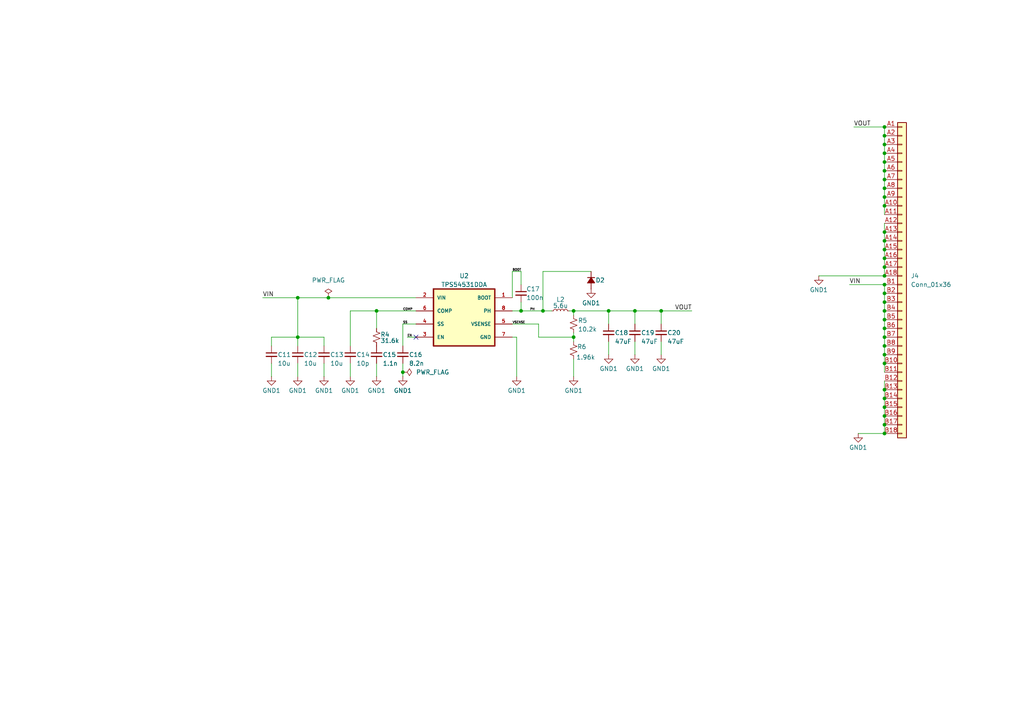
<source format=kicad_sch>
(kicad_sch (version 20250114) (generator "eeschema") (generator_version "9.0")
  (paper "A4")
  (lib_symbols
    (symbol "Conn_01x36_1" (pin_names (offset 1.016) (hide yes))
      (property "Reference" "J4" (at 2.54 0.0001 0))
      (property "Value" "Conn_01x36" (at 2.54 -2.5399 0))
      (symbol "Conn_01x36_1_1_1"
        (rectangle (start -1.27 44.45) (end 1.27 -46.99) (stroke (width 0.254)) (fill (type background)))
        (rectangle (start -1.27 43.307) (end 0 43.053) (stroke (width 0.1524)))
        (rectangle (start -1.27 40.767) (end 0 40.513) (stroke (width 0.1524)))
        (rectangle (start -1.27 38.227) (end 0 37.973) (stroke (width 0.1524)))
        (rectangle (start -1.27 35.687) (end 0 35.433) (stroke (width 0.1524)))
        (rectangle (start -1.27 33.147) (end 0 32.893) (stroke (width 0.1524)))
        (rectangle (start -1.27 30.607) (end 0 30.353) (stroke (width 0.1524)))
        (rectangle (start -1.27 28.067) (end 0 27.813) (stroke (width 0.1524)))
        (rectangle (start -1.27 25.527) (end 0 25.273) (stroke (width 0.1524)))
        (rectangle (start -1.27 22.987) (end 0 22.733) (stroke (width 0.1524)))
        (rectangle (start -1.27 20.447) (end 0 20.193) (stroke (width 0.1524)))
        (rectangle (start -1.27 17.907) (end 0 17.653) (stroke (width 0.1524)))
        (rectangle (start -1.27 15.367) (end 0 15.113) (stroke (width 0.1524)))
        (rectangle (start -1.27 12.827) (end 0 12.573) (stroke (width 0.1524)))
        (rectangle (start -1.27 10.287) (end 0 10.033) (stroke (width 0.1524)))
        (rectangle (start -1.27 7.747) (end 0 7.493) (stroke (width 0.1524)))
        (rectangle (start -1.27 5.207) (end 0 4.953) (stroke (width 0.1524)))
        (rectangle (start -1.27 2.667) (end 0 2.413) (stroke (width 0.1524)))
        (rectangle (start -1.27 0.127) (end 0 -0.127) (stroke (width 0.1524)))
        (rectangle (start -1.27 -2.413) (end 0 -2.667) (stroke (width 0.1524)))
        (rectangle (start -1.27 -4.953) (end 0 -5.207) (stroke (width 0.1524)))
        (rectangle (start -1.27 -7.493) (end 0 -7.747) (stroke (width 0.1524)))
        (rectangle (start -1.27 -10.033) (end 0 -10.287) (stroke (width 0.1524)))
        (rectangle (start -1.27 -12.573) (end 0 -12.827) (stroke (width 0.1524)))
        (rectangle (start -1.27 -15.113) (end 0 -15.367) (stroke (width 0.1524)))
        (rectangle (start -1.27 -17.653) (end 0 -17.907) (stroke (width 0.1524)))
        (rectangle (start -1.27 -20.193) (end 0 -20.447) (stroke (width 0.1524)))
        (rectangle (start -1.27 -22.733) (end 0 -22.987) (stroke (width 0.1524)))
        (rectangle (start -1.27 -25.273) (end 0 -25.527) (stroke (width 0.1524)))
        (rectangle (start -1.27 -27.813) (end 0 -28.067) (stroke (width 0.1524)))
        (rectangle (start -1.27 -30.353) (end 0 -30.607) (stroke (width 0.1524)))
        (rectangle (start -1.27 -32.893) (end 0 -33.147) (stroke (width 0.1524)))
        (rectangle (start -1.27 -35.433) (end 0 -35.687) (stroke (width 0.1524)))
        (rectangle (start -1.27 -37.973) (end 0 -38.227) (stroke (width 0.1524)))
        (rectangle (start -1.27 -40.513) (end 0 -40.767) (stroke (width 0.1524)))
        (rectangle (start -1.27 -43.053) (end 0 -43.307) (stroke (width 0.1524)))
        (rectangle (start -1.27 -45.593) (end 0 -45.847) (stroke (width 0.1524)))
        (pin passive line (at -5.08 43.18 0) (length 3.81) (name "Pin_1") (number "A1"))
        (pin passive line (at -5.08 40.64 0) (length 3.81) (name "Pin_2") (number "A2"))
        (pin passive line (at -5.08 38.1 0) (length 3.81) (name "Pin_3") (number "A3"))
        (pin passive line (at -5.08 35.56 0) (length 3.81) (name "Pin_4") (number "A4"))
        (pin passive line (at -5.08 33.02 0) (length 3.81) (name "Pin_5") (number "A5"))
        (pin passive line (at -5.08 30.48 0) (length 3.81) (name "Pin_6") (number "A6"))
        (pin passive line (at -5.08 27.94 0) (length 3.81) (name "Pin_7") (number "A7"))
        (pin passive line (at -5.08 25.4 0) (length 3.81) (name "Pin_8") (number "A8"))
        (pin passive line (at -5.08 22.86 0) (length 3.81) (name "Pin_9") (number "A9"))
        (pin passive line (at -5.08 20.32 0) (length 3.81) (name "Pin_10") (number "A10"))
        (pin passive line (at -5.08 17.78 0) (length 3.81) (name "Pin_11") (number "A11"))
        (pin passive line (at -5.08 15.24 0) (length 3.81) (name "Pin_12") (number "A12"))
        (pin passive line (at -5.08 12.7 0) (length 3.81) (name "Pin_13") (number "A13"))
        (pin passive line (at -5.08 10.16 0) (length 3.81) (name "Pin_14") (number "A14"))
        (pin passive line (at -5.08 7.62 0) (length 3.81) (name "A15") (number "A15"))
        (pin passive line (at -5.08 5.08 0) (length 3.81) (name "Pin_16") (number "A16"))
        (pin passive line (at -5.08 2.54 0) (length 3.81) (name "Pin_17") (number "A17"))
        (pin passive line (at -5.08 0 0) (length 3.81) (name "Pin_18") (number "A18"))
        (pin passive line (at -5.08 -2.54 0) (length 3.81) (name "Pin_19") (number "B1"))
        (pin passive line (at -5.08 -5.08 0) (length 3.81) (name "Pin_20") (number "B2"))
        (pin passive line (at -5.08 -7.62 0) (length 3.81) (name "Pin_21") (number "B3"))
        (pin passive line (at -5.08 -10.16 0) (length 3.81) (name "Pin_22") (number "B4"))
        (pin passive line (at -5.08 -12.7 0) (length 3.81) (name "Pin_23") (number "B5"))
        (pin passive line (at -5.08 -15.24 0) (length 3.81) (name "Pin_24") (number "B6"))
        (pin passive line (at -5.08 -17.78 0) (length 3.81) (name "Pin_25") (number "B7"))
        (pin passive line (at -5.08 -20.32 0) (length 3.81) (name "Pin_26") (number "B8"))
        (pin passive line (at -5.08 -22.86 0) (length 3.81) (name "Pin_27") (number "B9"))
        (pin passive line (at -5.08 -25.4 0) (length 3.81) (name "Pin_28") (number "B10"))
        (pin passive line (at -5.08 -27.94 0) (length 3.81) (name "Pin_29") (number "B11"))
        (pin passive line (at -5.08 -30.48 0) (length 3.81) (name "Pin_30") (number "B12"))
        (pin passive line (at -5.08 -33.02 0) (length 3.81) (name "Pin_31") (number "B13"))
        (pin passive line (at -5.08 -35.56 0) (length 3.81) (name "Pin_32") (number "B14"))
        (pin passive line (at -5.08 -38.1 0) (length 3.81) (name "Pin_33") (number "B15"))
        (pin passive line (at -5.08 -40.64 0) (length 3.81) (name "Pin_34") (number "B16"))
        (pin passive line (at -5.08 -43.18 0) (length 3.81) (name "Pin_35") (number "B17"))
        (pin passive line (at -5.08 -45.72 0) (length 3.81) (name "Pin_36") (number "B18"))
      )
    )
    (symbol "Device:C_Small" (pin_numbers (hide yes)) (pin_names (offset 0.254) (hide yes))
      (property "Reference" "C" (at 0.254 1.778 0))
      (property "Value" "C_Small" (at 0.254 -2.032 0))
      (symbol "C_Small_0_1"
        (polyline (pts (xy -1.524 0.508) (xy 1.524 0.508)) (stroke (width 0.3048)))
        (polyline (pts (xy -1.524 -0.508) (xy 1.524 -0.508)) (stroke (width 0.3302)))
      )
      (symbol "C_Small_1_1"
        (pin passive line (at 0 2.54 270) (length 2.032) (name "~") (number "1"))
        (pin passive line (at 0 -2.54 90) (length 2.032) (name "~") (number "2"))
      )
    )
    (symbol "Device:D_Small_Filled" (pin_numbers (hide yes)) (pin_names (offset 0.254) (hide yes))
      (property "Reference" "D" (at -1.27 2.032 0))
      (property "Value" "D_Small_Filled" (at -3.81 -2.032 0))
      (symbol "D_Small_Filled_0_1"
        (polyline (pts (xy -0.762 0) (xy 0.762 0)))
        (polyline (pts (xy -0.762 -1.016) (xy -0.762 1.016)) (stroke (width 0.254)))
        (polyline (pts (xy 0.762 -1.016) (xy -0.762 0) (xy 0.762 1.016) (xy 0.762 -1.016)) (stroke (width 0.254)) (fill (type outline)))
      )
      (symbol "D_Small_Filled_1_1"
        (pin passive line (at -2.54 0 0) (length 1.778) (name "K") (number "1"))
        (pin passive line (at 2.54 0 180) (length 1.778) (name "A") (number "2"))
      )
    )
    (symbol "Device:L_Small" (pin_numbers (hide yes)) (pin_names (offset 0.254) (hide yes))
      (property "Reference" "L" (at 0.762 1.016 0))
      (property "Value" "L_Small" (at 0.762 -1.016 0))
      (symbol "L_Small_0_1"
        (arc (start 0 2.032) (mid 0.5058 1.524) (end 0 1.016))
        (arc (start 0 1.016) (mid 0.5058 0.508) (end 0 0))
        (arc (start 0 0) (mid 0.5058 -0.508) (end 0 -1.016))
        (arc (start 0 -1.016) (mid 0.5058 -1.524) (end 0 -2.032))
      )
      (symbol "L_Small_1_1"
        (pin passive line (at 0 2.54 270) (length 0.508) (name "~") (number "1"))
        (pin passive line (at 0 -2.54 90) (length 0.508) (name "~") (number "2"))
      )
    )
    (symbol "Device:R_Small_US" (pin_numbers (hide yes)) (pin_names (offset 0.254) (hide yes))
      (property "Reference" "R" (at 0.762 0.508 0))
      (property "Value" "R_Small_US" (at 0.762 -1.016 0))
      (symbol "R_Small_US_1_1"
        (polyline (pts (xy 0 1.524) (xy 1.016 1.143) (xy 0 0.762) (xy -1.016 0.381) (xy 0 0)))
        (polyline (pts (xy 0 0) (xy 1.016 -0.381) (xy 0 -0.762) (xy -1.016 -1.143) (xy 0 -1.524)))
        (pin passive line (at 0 2.54 270) (length 1.016) (name "~") (number "1"))
        (pin passive line (at 0 -2.54 90) (length 1.016) (name "~") (number "2"))
      )
    )
    (symbol "TPS54531DDA:TPS54531DDA" (pin_names (offset 1.016))
      (property "Reference" "U" (at -0.762 9.652 0))
      (property "Value" "TPS54531DDA" (at -6.604 7.874 0))
      (symbol "TPS54531DDA_0_0"
        (rectangle (start -8.89 7.62) (end 8.89 -8.89) (stroke (width 0.41)) (fill (type background)))
        (pin input line (at -13.97 5.08 0) (length 5.08) (name "VIN") (number "2"))
        (pin output line (at -13.97 1.27 0) (length 5.08) (name "COMP") (number "6"))
        (pin input line (at -13.97 -2.54 0) (length 5.08) (name "SS") (number "4"))
        (pin input line (at -13.97 -6.35 0) (length 5.08) (name "EN") (number "3"))
        (pin output line (at 13.97 5.08 180) (length 5.08) (name "BOOT") (number "1"))
        (pin output line (at 13.97 1.27 180) (length 5.08) (name "PH") (number "8"))
        (pin input line (at 13.97 -2.54 180) (length 5.08) (name "VSENSE") (number "5"))
        (pin power_in line (at 13.97 -6.35 180) (length 5.08) (name "GND") (number "7"))
      )
    )
    (symbol "power:GND1" (power) (pin_numbers (hide yes)) (pin_names (offset 0) (hide yes))
      (property "Value" "GND1" (at 0 -3.81 0))
      (symbol "GND1_0_1"
        (polyline (pts (xy 0 0) (xy 0 -1.27) (xy 1.27 -1.27) (xy 0 -2.54) (xy -1.27 -1.27) (xy 0 -1.27)))
      )
      (symbol "GND1_1_1"
        (pin power_in line (at 0 0 270) (length 0) (name "~") (number "1"))
      )
    )
    (symbol "power:PWR_FLAG" (power) (pin_numbers (hide yes)) (pin_names (offset 0) (hide yes))
      (property "Value" "PWR_FLAG" (at 0 3.81 0))
      (symbol "PWR_FLAG_0_0"
        (pin power_out line (at 0 0 90) (length 0) (name "~") (number "1"))
      )
      (symbol "PWR_FLAG_0_1"
        (polyline (pts (xy 0 0) (xy 0 1.27) (xy -1.016 1.905) (xy 0 2.54) (xy 1.016 1.905) (xy 0 1.27)))
      )
    )
  )
  (junction (at 151.13 90.17))
  (junction (at 256.54 57.15))
  (junction (at 256.54 72.39))
  (junction (at 256.54 120.65))
  (junction (at 256.54 92.71))
  (junction (at 86.36 97.79))
  (junction (at 256.54 39.37))
  (junction (at 256.54 87.63))
  (junction (at 256.54 67.31))
  (junction (at 256.54 80.01))
  (junction (at 256.54 74.93))
  (junction (at 86.36 86.36))
  (junction (at 256.54 54.61))
  (junction (at 166.37 90.17))
  (junction (at 116.84 107.95))
  (junction (at 256.54 118.11))
  (junction (at 256.54 100.33))
  (junction (at 256.54 95.25))
  (junction (at 184.15 90.17))
  (junction (at 256.54 77.47))
  (junction (at 256.54 36.83))
  (junction (at 166.37 97.79))
  (junction (at 109.22 90.17))
  (junction (at 256.54 113.03))
  (junction (at 256.54 49.53))
  (junction (at 256.54 59.69))
  (junction (at 256.54 85.09))
  (junction (at 256.54 52.07))
  (junction (at 256.54 97.79))
  (junction (at 256.54 69.85))
  (junction (at 256.54 90.17))
  (junction (at 256.54 82.55))
  (junction (at 256.54 41.91))
  (junction (at 256.54 44.45))
  (junction (at 256.54 115.57))
  (junction (at 95.25 86.36))
  (junction (at 256.54 46.99))
  (junction (at 256.54 125.73))
  (junction (at 256.54 105.41))
  (junction (at 176.53 90.17))
  (junction (at 256.54 102.87))
  (junction (at 157.48 90.17))
  (junction (at 256.54 123.19))
  (junction (at 191.77 90.17))
  (no_connect (at 120.65 97.79))
  (wire (pts (xy 95.25 86.36) (xy 120.65 86.36)))
  (wire (pts (xy 86.36 105.41) (xy 86.36 109.22)))
  (wire (pts (xy 256.54 54.61) (xy 256.54 57.15)))
  (wire (pts (xy 256.54 57.15) (xy 256.54 59.69)))
  (wire (pts (xy 149.86 97.79) (xy 148.59 97.79)))
  (wire (pts (xy 191.77 93.98) (xy 191.77 90.17)))
  (wire (pts (xy 184.15 90.17) (xy 184.15 93.98)))
  (wire (pts (xy 184.15 99.06) (xy 184.15 102.87)))
  (wire (pts (xy 176.53 93.98) (xy 176.53 90.17)))
  (wire (pts (xy 109.22 90.17) (xy 120.65 90.17)))
  (wire (pts (xy 86.36 97.79) (xy 86.36 100.33)))
  (wire (pts (xy 256.54 90.17) (xy 256.54 92.71)))
  (wire (pts (xy 101.6 100.33) (xy 101.6 90.17)))
  (wire (pts (xy 256.54 77.47) (xy 256.54 80.01)))
  (wire (pts (xy 256.54 92.71) (xy 256.54 95.25)))
  (wire (pts (xy 151.13 90.17) (xy 151.13 87.63)))
  (wire (pts (xy 149.86 97.79) (xy 149.86 109.22)))
  (wire (pts (xy 86.36 86.36) (xy 95.25 86.36)))
  (wire (pts (xy 76.2 86.36) (xy 86.36 86.36)))
  (wire (pts (xy 86.36 86.36) (xy 86.36 97.79)))
  (wire (pts (xy 118.11 97.79) (xy 120.65 97.79)))
  (wire (pts (xy 256.54 44.45) (xy 256.54 46.99)))
  (wire (pts (xy 166.37 97.79) (xy 166.37 99.06)))
  (wire (pts (xy 156.21 93.98) (xy 156.21 97.79)))
  (wire (pts (xy 256.54 123.19) (xy 256.54 125.73)))
  (wire (pts (xy 109.22 90.17) (xy 109.22 95.25)))
  (wire (pts (xy 101.6 105.41) (xy 101.6 109.22)))
  (wire (pts (xy 256.54 46.99) (xy 256.54 49.53)))
  (wire (pts (xy 191.77 90.17) (xy 200.66 90.17)))
  (wire (pts (xy 256.54 120.65) (xy 256.54 123.19)))
  (wire (pts (xy 151.13 78.74) (xy 151.13 82.55)))
  (wire (pts (xy 256.54 105.41) (xy 256.54 107.95)))
  (wire (pts (xy 116.84 105.41) (xy 116.84 107.95)))
  (wire (pts (xy 256.54 115.57) (xy 256.54 118.11)))
  (wire (pts (xy 109.22 105.41) (xy 109.22 109.22)))
  (wire (pts (xy 256.54 49.53) (xy 256.54 52.07)))
  (wire (pts (xy 78.74 97.79) (xy 86.36 97.79)))
  (wire (pts (xy 151.13 90.17) (xy 148.59 90.17)))
  (wire (pts (xy 116.84 107.95) (xy 116.84 109.22)))
  (wire (pts (xy 256.54 74.93) (xy 256.54 77.47)))
  (wire (pts (xy 256.54 69.85) (xy 256.54 72.39)))
  (wire (pts (xy 78.74 105.41) (xy 78.74 109.22)))
  (wire (pts (xy 101.6 90.17) (xy 109.22 90.17)))
  (wire (pts (xy 151.13 90.17) (xy 157.48 90.17)))
  (wire (pts (xy 247.65 36.83) (xy 256.54 36.83)))
  (wire (pts (xy 156.21 97.79) (xy 166.37 97.79)))
  (wire (pts (xy 148.59 78.74) (xy 148.59 86.36)))
  (wire (pts (xy 116.84 100.33) (xy 116.84 93.98)))
  (wire (pts (xy 166.37 96.52) (xy 166.37 97.79)))
  (wire (pts (xy 176.53 99.06) (xy 176.53 102.87)))
  (wire (pts (xy 256.54 41.91) (xy 256.54 44.45)))
  (wire (pts (xy 256.54 64.77) (xy 256.54 67.31)))
  (wire (pts (xy 256.54 102.87) (xy 256.54 105.41)))
  (wire (pts (xy 157.48 78.74) (xy 157.48 90.17)))
  (wire (pts (xy 256.54 36.83) (xy 256.54 39.37)))
  (wire (pts (xy 256.54 85.09) (xy 256.54 87.63)))
  (wire (pts (xy 151.13 78.74) (xy 148.59 78.74)))
  (wire (pts (xy 256.54 82.55) (xy 256.54 85.09)))
  (wire (pts (xy 256.54 52.07) (xy 256.54 54.61)))
  (wire (pts (xy 184.15 90.17) (xy 176.53 90.17)))
  (wire (pts (xy 256.54 118.11) (xy 256.54 120.65)))
  (wire (pts (xy 256.54 59.69) (xy 256.54 62.23)))
  (wire (pts (xy 256.54 87.63) (xy 256.54 90.17)))
  (wire (pts (xy 256.54 100.33) (xy 256.54 102.87)))
  (wire (pts (xy 256.54 72.39) (xy 256.54 74.93)))
  (wire (pts (xy 191.77 99.06) (xy 191.77 102.87)))
  (wire (pts (xy 78.74 100.33) (xy 78.74 97.79)))
  (wire (pts (xy 86.36 97.79) (xy 93.98 97.79)))
  (wire (pts (xy 157.48 78.74) (xy 171.45 78.74)))
  (wire (pts (xy 184.15 90.17) (xy 191.77 90.17)))
  (wire (pts (xy 116.84 93.98) (xy 120.65 93.98)))
  (wire (pts (xy 256.54 97.79) (xy 256.54 100.33)))
  (wire (pts (xy 256.54 39.37) (xy 256.54 41.91)))
  (wire (pts (xy 237.49 80.01) (xy 256.54 80.01)))
  (wire (pts (xy 165.1 90.17) (xy 166.37 90.17)))
  (wire (pts (xy 246.38 82.55) (xy 256.54 82.55)))
  (wire (pts (xy 148.59 93.98) (xy 156.21 93.98)))
  (wire (pts (xy 256.54 110.49) (xy 256.54 113.03)))
  (wire (pts (xy 93.98 97.79) (xy 93.98 100.33)))
  (wire (pts (xy 256.54 113.03) (xy 256.54 115.57)))
  (wire (pts (xy 166.37 104.14) (xy 166.37 109.22)))
  (wire (pts (xy 248.92 125.73) (xy 256.54 125.73)))
  (wire (pts (xy 256.54 95.25) (xy 256.54 97.79)))
  (wire (pts (xy 93.98 105.41) (xy 93.98 109.22)))
  (wire (pts (xy 256.54 67.31) (xy 256.54 69.85)))
  (wire (pts (xy 157.48 90.17) (xy 160.02 90.17)))
  (wire (pts (xy 166.37 90.17) (xy 166.37 91.44)))
  (wire (pts (xy 176.53 90.17) (xy 166.37 90.17)))
  (label "PH" (at 153.67 90.17 0) (effects (font (size 0.635 0.635))))
  (label "EN" (at 118.11 97.79 0) (effects (font (size 0.635 0.635))))
  (label "COMP" (at 116.84 90.17 0) (effects (font (size 0.635 0.635))))
  (label "SS" (at 116.84 93.98 0) (effects (font (size 0.635 0.635))))
  (label "BOOT" (at 148.59 78.74 0) (effects (font (size 0.635 0.635))))
  (label "VOUT" (at 247.65 36.83 0))
  (label "VOUT" (at 200.66 90.17 180))
  (label "VIN" (at 76.2 86.36 0))
  (label "VIN" (at 246.38 82.55 0))
  (label "VSENSE" (at 148.59 93.98 0) (effects (font (size 0.635 0.635))))
  (symbol (lib_id "Device:R_Small_US") (at 166.37 93.98 0) (unit 1)
    (property "Reference" "R5" (at 167.64 92.964 0) (effects (justify left)))
    (property "Value" "10.2k" (at 167.64 95.504 0) (effects (justify left)))
    (property "Footprint" "Resistor_SMD:R_0805_2012Metric" (effects (hide yes)))
    (property "Description" "Resistor, small US symbol" (effects (hide yes)))
  )
  (symbol (lib_id "power:GND1") (at 166.37 109.22 0) (unit 1)
    (property "Reference" "#PWR023" (effects (hide yes)))
    (property "Value" "GND1" (at 166.37 113.284 0))
    (property "Description" "Power symbol creates a global label with name \"GND1\" , ground" (effects (hide yes)))
  )
  (symbol (lib_id "Device:C_Small") (at 78.74 102.87 0) (unit 1)
    (property "Reference" "C11" (at 80.518 102.87 0) (effects (justify left)))
    (property "Value" "10u" (at 80.518 105.41 0) (effects (justify left)))
    (property "Footprint" "Capacitor_SMD:C_0805_2012Metric" (effects (hide yes)))
    (property "Description" "Unpolarized capacitor, small symbol" (effects (hide yes)))
  )
  (symbol (lib_id "Device:C_Small") (at 86.36 102.87 0) (unit 1)
    (property "Reference" "C12" (at 88.138 102.87 0) (effects (justify left)))
    (property "Value" "10u" (at 88.138 105.41 0) (effects (justify left)))
    (property "Footprint" "Capacitor_SMD:C_0805_2012Metric" (effects (hide yes)))
    (property "Description" "Unpolarized capacitor, small symbol" (effects (hide yes)))
  )
  (symbol (lib_id "Device:C_Small") (at 93.98 102.87 0) (unit 1)
    (property "Reference" "C13" (at 95.758 102.87 0) (effects (justify left)))
    (property "Value" "10u" (at 95.758 105.41 0) (effects (justify left)))
    (property "Footprint" "Capacitor_SMD:C_0805_2012Metric" (effects (hide yes)))
    (property "Description" "Unpolarized capacitor, small symbol" (effects (hide yes)))
  )
  (symbol (lib_id "power:GND1") (at 176.53 102.87 0) (unit 1)
    (property "Reference" "#PWR025" (effects (hide yes)))
    (property "Value" "GND1" (at 176.53 106.934 0))
    (property "Description" "Power symbol creates a global label with name \"GND1\" , ground" (effects (hide yes)))
  )
  (symbol (lib_id "Device:C_Small") (at 151.13 85.09 0) (unit 1)
    (property "Reference" "C17" (at 152.654 83.82 0) (effects (justify left)))
    (property "Value" "100n" (at 152.654 86.36 0) (effects (justify left)))
    (property "Footprint" "Capacitor_SMD:C_0805_2012Metric" (effects (hide yes)))
    (property "Description" "Unpolarized capacitor, small symbol" (effects (hide yes)))
  )
  (symbol (lib_id "power:GND1") (at 191.77 102.87 0) (unit 1)
    (property "Reference" "#PWR027" (effects (hide yes)))
    (property "Value" "GND1" (at 191.77 106.934 0))
    (property "Description" "Power symbol creates a global label with name \"GND1\" , ground" (effects (hide yes)))
  )
  (symbol (lib_id "Device:C_Small") (at 101.6 102.87 0) (unit 1)
    (property "Reference" "C14" (at 103.378 102.87 0) (effects (justify left)))
    (property "Value" "10p" (at 103.378 105.41 0) (effects (justify left)))
    (property "Footprint" "Capacitor_SMD:C_0805_2012Metric" (effects (hide yes)))
    (property "Description" "Unpolarized capacitor, small symbol" (effects (hide yes)))
  )
  (symbol (lib_id "power:GND1") (at 171.45 83.82 0) (unit 1)
    (property "Reference" "#PWR024" (effects (hide yes)))
    (property "Value" "GND1" (at 171.45 87.884 0))
    (property "Description" "Power symbol creates a global label with name \"GND1\" , ground" (effects (hide yes)))
  )
  (symbol (lib_id "power:GND1") (at 149.86 109.22 0) (unit 1)
    (property "Reference" "#PWR022" (effects (hide yes)))
    (property "Value" "GND1" (at 149.86 113.284 0))
    (property "Description" "Power symbol creates a global label with name \"GND1\" , ground" (effects (hide yes)))
  )
  (symbol (lib_id "power:PWR_FLAG") (at 116.84 107.95 270) (unit 1)
    (property "Reference" "#FLG03" (effects (hide yes)))
    (property "Value" "PWR_FLAG" (at 120.65 107.9499 90) (effects (justify left)))
    (property "Description" "Special symbol for telling ERC where power comes from" (effects (hide yes)))
  )
  (symbol (lib_id "power:GND1") (at 78.74 109.22 0) (unit 1)
    (property "Reference" "#PWR021" (effects (hide yes)))
    (property "Value" "GND1" (at 78.74 113.284 0))
    (property "Description" "Power symbol creates a global label with name \"GND1\" , ground" (effects (hide yes)))
  )
  (symbol (lib_id "Device:C_Small") (at 184.15 96.52 0) (unit 1)
    (property "Reference" "C19" (at 185.928 96.52 0) (effects (justify left)))
    (property "Value" "47uF" (at 185.928 99.06 0) (effects (justify left)))
    (property "Footprint" "Capacitor_SMD:C_0805_2012Metric" (effects (hide yes)))
    (property "Description" "Unpolarized capacitor, small symbol" (effects (hide yes)))
  )
  (symbol (lib_id "TPS54531DDA:TPS54531DDA") (at 134.62 91.44 0) (unit 1)
    (property "Reference" "U2" (at 134.62 80.01 0))
    (property "Value" "TPS54531DDA" (at 134.62 82.55 0))
    (property "Footprint" "footprints:VREG_LM5017MR_NOPB" (effects (hide yes)))
  )
  (symbol (lib_id "power:PWR_FLAG") (at 95.25 86.36 0) (unit 1)
    (property "Reference" "#FLG01" (effects (hide yes)))
    (property "Value" "PWR_FLAG" (at 95.25 81.28 0))
    (property "Description" "Special symbol for telling ERC where power comes from" (effects (hide yes)))
  )
  (symbol (lib_id "Device:R_Small_US") (at 166.37 101.6 0) (unit 1)
    (property "Reference" "R6" (at 167.386 100.584 0) (effects (justify left)))
    (property "Value" "1.96k" (at 167.132 103.632 0) (effects (justify left)))
    (property "Footprint" "Resistor_SMD:R_0805_2012Metric" (effects (hide yes)))
    (property "Description" "Resistor, small US symbol" (effects (hide yes)))
  )
  (symbol (lib_id "Device:C_Small") (at 109.22 102.87 0) (unit 1)
    (property "Reference" "C15" (at 110.998 102.87 0) (effects (justify left)))
    (property "Value" "1.1n" (at 110.998 105.41 0) (effects (justify left)))
    (property "Footprint" "Capacitor_SMD:C_0805_2012Metric" (effects (hide yes)))
    (property "Description" "Unpolarized capacitor, small symbol" (effects (hide yes)))
  )
  (symbol (lib_id "power:GND1") (at 109.22 109.22 0) (unit 1)
    (property "Reference" "#PWR015" (effects (hide yes)))
    (property "Value" "GND1" (at 109.22 113.284 0))
    (property "Description" "Power symbol creates a global label with name \"GND1\" , ground" (effects (hide yes)))
  )
  (symbol (lib_id "power:GND1") (at 248.92 125.73 0) (unit 1)
    (property "Reference" "#PWR028" (effects (hide yes)))
    (property "Value" "GND1" (at 248.92 129.794 0))
    (property "Description" "Power symbol creates a global label with name \"GND1\" , ground" (effects (hide yes)))
  )
  (symbol (lib_id "power:GND1") (at 86.36 109.22 0) (unit 1)
    (property "Reference" "#PWR020" (effects (hide yes)))
    (property "Value" "GND1" (at 86.36 113.284 0))
    (property "Description" "Power symbol creates a global label with name \"GND1\" , ground" (effects (hide yes)))
  )
  (symbol (lib_id "power:GND1") (at 116.84 109.22 0) (unit 1)
    (property "Reference" "#PWR014" (effects (hide yes)))
    (property "Value" "GND1" (at 116.84 113.284 0))
    (property "Description" "Power symbol creates a global label with name \"GND1\" , ground" (effects (hide yes)))
  )
  (symbol (lib_id "Device:C_Small") (at 191.77 96.52 0) (unit 1)
    (property "Reference" "C20" (at 193.548 96.52 0) (effects (justify left)))
    (property "Value" "47uF" (at 193.548 99.06 0) (effects (justify left)))
    (property "Footprint" "Capacitor_SMD:C_0805_2012Metric" (effects (hide yes)))
    (property "Description" "Unpolarized capacitor, small symbol" (effects (hide yes)))
  )
  (symbol (lib_name "Conn_01x36_1") (lib_id "Connector_Generic:Conn_01x36") (at 261.62 80.01 0) (unit 1)
    (property "Reference" "J4" (at 264.16 80.0099 0) (effects (justify left)))
    (property "Value" "Conn_01x36" (at 264.16 82.5499 0) (effects (justify left)))
    (property "Footprint" "Connector_PCBEdge:BUS_PCIexpress_x1" (effects (hide yes)))
    (property "Description" "Generic connector, single row, 01x36, script generated (kicad-library-utils/schlib/autogen/connector/)" (effects (hide yes)))
  )
  (symbol (lib_id "Device:C_Small") (at 176.53 96.52 0) (unit 1)
    (property "Reference" "C18" (at 178.308 96.52 0) (effects (justify left)))
    (property "Value" "47uF" (at 178.308 99.06 0) (effects (justify left)))
    (property "Footprint" "Capacitor_SMD:C_0805_2012Metric" (effects (hide yes)))
    (property "Description" "Unpolarized capacitor, small symbol" (effects (hide yes)))
  )
  (symbol (lib_id "Device:R_Small_US") (at 109.22 97.79 180) (unit 1)
    (property "Reference" "R4" (at 113.03 97.028 0) (effects (justify left)))
    (property "Value" "31.6k" (at 115.824 98.806 0) (effects (justify left)))
    (property "Footprint" "Resistor_SMD:R_0805_2012Metric" (effects (hide yes)))
    (property "Description" "Resistor, small US symbol" (effects (hide yes)))
  )
  (symbol (lib_id "power:GND1") (at 184.15 102.87 0) (unit 1)
    (property "Reference" "#PWR026" (effects (hide yes)))
    (property "Value" "GND1" (at 184.15 106.934 0))
    (property "Description" "Power symbol creates a global label with name \"GND1\" , ground" (effects (hide yes)))
  )
  (symbol (lib_id "power:GND1") (at 237.49 80.01 0) (unit 1)
    (property "Reference" "#PWR029" (effects (hide yes)))
    (property "Value" "GND1" (at 237.49 84.074 0))
    (property "Description" "Power symbol creates a global label with name \"GND1\" , ground" (effects (hide yes)))
  )
  (symbol (lib_id "Device:D_Small_Filled") (at 171.45 81.28 270) (unit 1)
    (property "Reference" "D2" (at 172.72 81.28 90) (effects (justify left)))
    (property "Value" "CHANGE FOOTPRINT LATER" (effects (hide yes)))
    (property "Footprint" "Diode_SMD:D_SMC" (effects (hide yes)))
    (property "Description" "Diode, small symbol, filled shape" (effects (hide yes)))
    (property "Sim.Device" "D" (effects (hide yes)))
    (property "Sim.Pins" "1=K 2=A" (effects (hide yes)))
  )
  (symbol (lib_id "power:GND1") (at 93.98 109.22 0) (unit 1)
    (property "Reference" "#PWR019" (effects (hide yes)))
    (property "Value" "GND1" (at 93.98 113.284 0))
    (property "Description" "Power symbol creates a global label with name \"GND1\" , ground" (effects (hide yes)))
  )
  (symbol (lib_id "Device:L_Small") (at 162.56 90.17 90) (unit 1)
    (property "Reference" "L2" (at 162.56 86.868 90))
    (property "Value" "5.6u" (at 162.56 88.646 90))
    (property "Footprint" "Inductor_SMD:L_Vishay_IHLP-2525" (effects (hide yes)))
    (property "Description" "Inductor, small symbol" (effects (hide yes)))
  )
  (symbol (lib_id "power:GND1") (at 101.6 109.22 0) (unit 1)
    (property "Reference" "#PWR018" (effects (hide yes)))
    (property "Value" "GND1" (at 101.6 113.284 0))
    (property "Description" "Power symbol creates a global label with name \"GND1\" , ground" (effects (hide yes)))
  )
  (symbol (lib_id "Device:C_Small") (at 116.84 102.87 0) (unit 1)
    (property "Reference" "C16" (at 118.618 102.87 0) (effects (justify left)))
    (property "Value" "8.2n" (at 118.618 105.41 0) (effects (justify left)))
    (property "Footprint" "Capacitor_SMD:C_0805_2012Metric" (effects (hide yes)))
    (property "Description" "Unpolarized capacitor, small symbol" (effects (hide yes)))
  )
)
</source>
